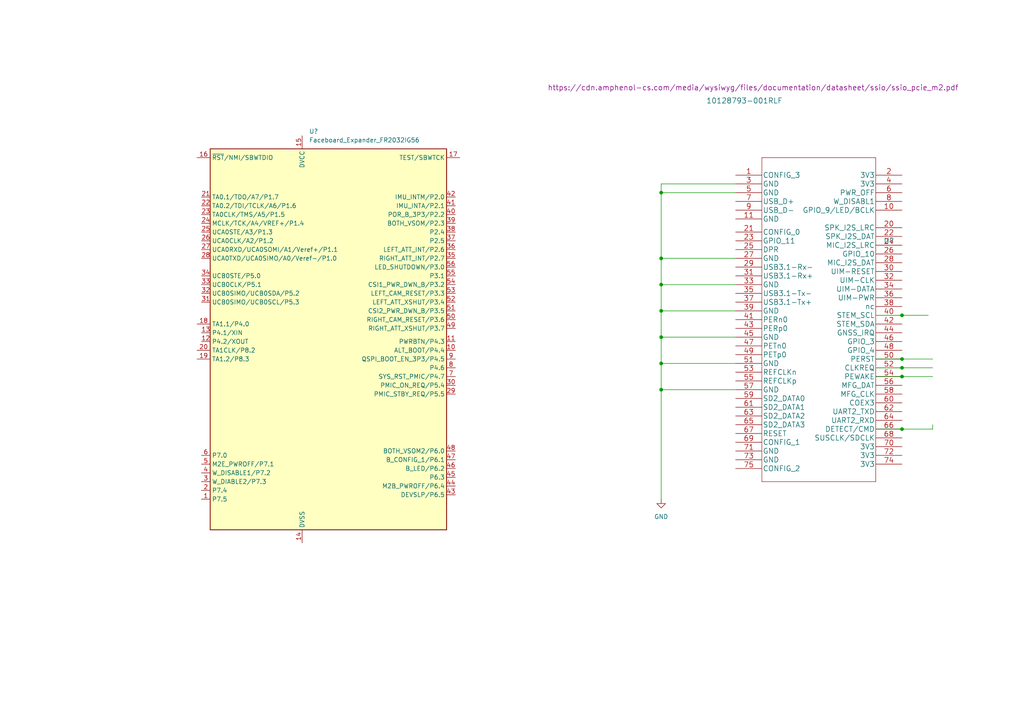
<source format=kicad_sch>
(kicad_sch (version 20211123) (generator eeschema)
  (paper "A4")
  (title_block (title "1.8V Domain"))
  (lib_symbols
    (symbol "Ziloo:10128793-001RLF" (pin_names (offset 0.254))
      (property "Reference" "U" (at -1.27 44.45 0))
      (property "Value" "10128793-001RLF" (at 1.27 41.91 0))
      (property "Datasheet" "https://cdn.amphenol-cs.com/media/wysiwyg/files/documentation/datasheet/ssio/ssio_pcie_m2.pdf" (at 2.54 -62.23 0))
      (symbol "10128793-001RLF_1_1"
        (polyline (pts (xy -16.51 -54.61) (xy 16.51 -54.61)) (stroke (width 0.127)))
        (polyline (pts (xy -16.51 39.37) (xy -16.51 -54.61)) (stroke (width 0.127)))
        (polyline (pts (xy 16.51 -54.61) (xy 16.51 39.37)) (stroke (width 0.127)))
        (polyline (pts (xy 16.51 39.37) (xy -16.51 39.37)) (stroke (width 0.127)))
        (pin unspecified line (at -24.13 34.29 0) (length 7.62) (name "CONFIG_3") (number "1"))
        (pin unspecified line (at 24.13 24.13 180) (length 7.62) (name "GPIO_9/LED/BCLK") (number "10"))
        (pin unspecified line (at -24.13 21.59 0) (length 7.62) (name "GND") (number "11"))
        (pin unspecified line (at 24.13 34.29 180) (length 7.62) (name "3V3") (number "2"))
        (pin unspecified line (at 24.13 19.05 180) (length 7.62) (name "SPK_I2S_LRC") (number "20"))
        (pin unspecified line (at -24.13 17.78 0) (length 7.62) (name "CONFIG_0") (number "21"))
        (pin unspecified line (at 24.13 16.51 180) (length 7.62) (name "SPK_I2S_DAT") (number "22"))
        (pin unspecified line (at -24.13 15.24 0) (length 7.62) (name "GPIO_11") (number "23"))
        (pin unspecified line (at 24.13 13.97 180) (length 7.62) (name "MIC_I2S_LRC") (number "24"))
        (pin output line (at -24.13 12.7 0) (length 7.62) (name "DPR") (number "25"))
        (pin unspecified line (at 24.13 11.43 180) (length 7.62) (name "GPIO_10") (number "26"))
        (pin unspecified line (at -24.13 10.16 0) (length 7.62) (name "GND") (number "27"))
        (pin unspecified line (at 24.13 8.89 180) (length 7.62) (name "MIC_I2S_DAT") (number "28"))
        (pin unspecified line (at -24.13 7.62 0) (length 7.62) (name "USB3.1-Rx-") (number "29"))
        (pin unspecified line (at -24.13 31.75 0) (length 7.62) (name "GND") (number "3"))
        (pin unspecified line (at 24.13 6.35 180) (length 7.62) (name "UIM-RESET") (number "30"))
        (pin unspecified line (at -24.13 5.08 0) (length 7.62) (name "USB3.1-Rx+") (number "31"))
        (pin unspecified line (at 24.13 3.81 180) (length 7.62) (name "UIM-CLK") (number "32"))
        (pin unspecified line (at -24.13 2.54 0) (length 7.62) (name "GND") (number "33"))
        (pin unspecified line (at 24.13 1.27 180) (length 7.62) (name "UIM-DATA") (number "34"))
        (pin unspecified line (at -24.13 0 0) (length 7.62) (name "USB3.1-Tx-") (number "35"))
        (pin unspecified line (at 24.13 -1.27 180) (length 7.62) (name "UIM-PWR") (number "36"))
        (pin unspecified line (at -24.13 -2.54 0) (length 7.62) (name "USB3.1-Tx+") (number "37"))
        (pin unspecified line (at 24.13 -3.81 180) (length 7.62) (name "nc") (number "38"))
        (pin unspecified line (at -24.13 -5.08 0) (length 7.62) (name "GND") (number "39"))
        (pin unspecified line (at 24.13 31.75 180) (length 7.62) (name "3V3") (number "4"))
        (pin unspecified line (at 24.13 -6.35 180) (length 7.62) (name "STEM_SCL") (number "40"))
        (pin unspecified line (at -24.13 -7.62 0) (length 7.62) (name "PERn0") (number "41"))
        (pin unspecified line (at 24.13 -8.89 180) (length 7.62) (name "STEM_SDA") (number "42"))
        (pin unspecified line (at -24.13 -10.16 0) (length 7.62) (name "PERp0") (number "43"))
        (pin unspecified line (at 24.13 -11.43 180) (length 7.62) (name "GNSS_IRQ") (number "44"))
        (pin unspecified line (at -24.13 -12.7 0) (length 7.62) (name "GND") (number "45"))
        (pin unspecified line (at 24.13 -13.97 180) (length 7.62) (name "GPIO_3") (number "46"))
        (pin unspecified line (at -24.13 -15.24 0) (length 7.62) (name "PETn0") (number "47"))
        (pin unspecified line (at 24.13 -16.51 180) (length 7.62) (name "GPIO_4") (number "48"))
        (pin unspecified line (at -24.13 -17.78 0) (length 7.62) (name "PETp0") (number "49"))
        (pin unspecified line (at -24.13 29.21 0) (length 7.62) (name "GND") (number "5"))
        (pin unspecified line (at 24.13 -19.05 180) (length 7.62) (name "PERST") (number "50"))
        (pin unspecified line (at -24.13 -20.32 0) (length 7.62) (name "GND") (number "51"))
        (pin unspecified line (at 24.13 -21.59 180) (length 7.62) (name "CLKREQ") (number "52"))
        (pin unspecified line (at -24.13 -22.86 0) (length 7.62) (name "REFCLKn") (number "53"))
        (pin unspecified line (at 24.13 -24.13 180) (length 7.62) (name "PEWAKE") (number "54"))
        (pin unspecified line (at -24.13 -25.4 0) (length 7.62) (name "REFCLKp") (number "55"))
        (pin unspecified line (at 24.13 -26.67 180) (length 7.62) (name "MFG_DAT") (number "56"))
        (pin unspecified line (at -24.13 -27.94 0) (length 7.62) (name "GND") (number "57"))
        (pin unspecified line (at 24.13 -29.21 180) (length 7.62) (name "MFG_CLK") (number "58"))
        (pin input line (at -24.13 -30.48 0) (length 7.62) (name "SD2_DATA0") (number "59"))
        (pin output line (at 24.13 29.21 180) (length 7.62) (name "PWR_OFF") (number "6"))
        (pin unspecified line (at 24.13 -31.75 180) (length 7.62) (name "COEX3") (number "60"))
        (pin input line (at -24.13 -33.02 0) (length 7.62) (name "SD2_DATA1") (number "61"))
        (pin output line (at 24.13 -34.29 180) (length 7.62) (name "UART2_TXD") (number "62"))
        (pin input line (at -24.13 -35.56 0) (length 7.62) (name "SD2_DATA2") (number "63"))
        (pin input line (at 24.13 -36.83 180) (length 7.62) (name "UART2_RXD") (number "64"))
        (pin input line (at -24.13 -38.1 0) (length 7.62) (name "SD2_DATA3") (number "65"))
        (pin unspecified line (at 24.13 -39.37 180) (length 7.62) (name "DETECT/CMD") (number "66"))
        (pin output line (at -24.13 -40.64 0) (length 7.62) (name "RESET") (number "67"))
        (pin unspecified line (at 24.13 -41.91 180) (length 7.62) (name "SUSCLK/SDCLK") (number "68"))
        (pin unspecified line (at -24.13 -43.18 0) (length 7.62) (name "CONFIG_1") (number "69"))
        (pin unspecified line (at -24.13 26.67 0) (length 7.62) (name "USB_D+") (number "7"))
        (pin unspecified line (at 24.13 -44.45 180) (length 7.62) (name "3V3") (number "70"))
        (pin unspecified line (at -24.13 -45.72 0) (length 7.62) (name "GND") (number "71"))
        (pin unspecified line (at 24.13 -46.99 180) (length 7.62) (name "3V3") (number "72"))
        (pin unspecified line (at -24.13 -48.26 0) (length 7.62) (name "GND") (number "73"))
        (pin unspecified line (at 24.13 -49.53 180) (length 7.62) (name "3V3") (number "74"))
        (pin unspecified line (at -24.13 -50.8 0) (length 7.62) (name "CONFIG_2") (number "75"))
        (pin output line (at 24.13 26.67 180) (length 7.62) (name "W_DISABL1") (number "8"))
        (pin unspecified line (at -24.13 24.13 0) (length 7.62) (name "USB_D-") (number "9"))
      )
    )
    (symbol "Ziloo:Faceboard_Expander_FR2032IG56"
      (property "Reference" "U" (at -33.02 19.05 0))
      (property "Value" "Faceboard_Expander_FR2032IG56" (at -1.27 -33.02 0))
      (symbol "Faceboard_Expander_FR2032IG56_0_0"
        (pin bidirectional line (at -36.83 -83.82 0) (length 2.54) (name "P7.5") (number "1"))
        (pin bidirectional line (at 36.83 -40.64 180) (length 2.54) (name "ALT_BOOT/P4.4") (number "10"))
        (pin bidirectional line (at 36.83 -38.1 180) (length 2.54) (name "PWRBTN/P4.3") (number "11"))
        (pin output line (at -36.83 -38.1 0) (length 2.54) (name "P4.2/XOUT") (number "12"))
        (pin input line (at -36.83 -35.56 0) (length 2.54) (name "P4.1/XIN") (number "13"))
        (pin bidirectional line (at -36.83 -81.28 0) (length 2.54) (name "P7.4") (number "2"))
        (pin bidirectional line (at -36.83 1.27 0) (length 2.54) (name "TA0.2/TDI/TCLK/A6/P1.6") (number "22"))
        (pin bidirectional line (at -36.83 -1.27 0) (length 2.54) (name "TA0CLK/TMS/A5/P1.5") (number "23"))
        (pin bidirectional line (at -36.83 -3.81 0) (length 2.54) (name "MCLK/TCK/A4/VREF+/P1.4") (number "24"))
        (pin bidirectional line (at -36.83 -6.35 0) (length 2.54) (name "UCA0STE/A3/P1.3") (number "25"))
        (pin bidirectional line (at -36.83 -8.89 0) (length 2.54) (name "UCA0CLK/A2/P1.2") (number "26"))
        (pin bidirectional line (at -36.83 -11.43 0) (length 2.54) (name "UCA0RXD/UCA0SOMI/A1/Veref+/P1.1") (number "27"))
        (pin bidirectional line (at -36.83 -13.97 0) (length 2.54) (name "UCA0TXD/UCA0SIMO/A0/Veref-/P1.0") (number "28"))
        (pin bidirectional line (at 36.83 -53.34 180) (length 2.54) (name "PMIC_STBY_REQ/P5.5") (number "29"))
        (pin bidirectional line (at -36.83 -78.74 0) (length 2.54) (name "W_DIABLE2/P7.3") (number "3"))
        (pin bidirectional line (at 36.83 -50.8 180) (length 2.54) (name "PMIC_ON_REQ/P5.4") (number "30"))
        (pin bidirectional line (at -36.83 -26.67 0) (length 2.54) (name "UCB0SIMO/UCB0SCL/P5.3") (number "31"))
        (pin bidirectional line (at -36.83 -24.13 0) (length 2.54) (name "UCB0SIMO/UCB0SDA/P5.2") (number "32"))
        (pin bidirectional line (at -36.83 -21.59 0) (length 2.54) (name "UCB0CLK/P5.1") (number "33"))
        (pin bidirectional line (at -36.83 -19.05 0) (length 2.54) (name "UCB0STE/P5.0") (number "34"))
        (pin bidirectional line (at 36.83 -13.97 180) (length 2.54) (name "RIGHT_ATT_INT/P2.7") (number "35"))
        (pin bidirectional line (at 36.83 -11.43 180) (length 2.54) (name "LEFT_ATT_INT/P2.6") (number "36"))
        (pin bidirectional line (at 36.83 -8.89 180) (length 2.54) (name "P2.5") (number "37"))
        (pin bidirectional line (at 36.83 -6.35 180) (length 2.54) (name "P2.4") (number "38"))
        (pin bidirectional line (at 36.83 -3.81 180) (length 2.54) (name "BOTH_VSOM/P2.3") (number "39"))
        (pin bidirectional line (at -36.83 -76.2 0) (length 2.54) (name "W_DISABLE1/P7.2") (number "4"))
        (pin bidirectional line (at 36.83 -1.27 180) (length 2.54) (name "POR_B_3P3/P2.2") (number "40"))
        (pin bidirectional line (at 36.83 1.27 180) (length 2.54) (name "IMU_INTA/P2.1") (number "41"))
        (pin bidirectional line (at 36.83 3.81 180) (length 2.54) (name "IMU_INTM/P2.0") (number "42"))
        (pin bidirectional line (at 36.83 -82.55 180) (length 2.54) (name "DEVSLP/P6.5") (number "43"))
        (pin bidirectional line (at 36.83 -80.01 180) (length 2.54) (name "M2B_PWROFF/P6.4") (number "44"))
        (pin bidirectional line (at 36.83 -77.47 180) (length 2.54) (name "P6.3") (number "45"))
        (pin bidirectional line (at 36.83 -74.93 180) (length 2.54) (name "B_LED/P6.2") (number "46"))
        (pin bidirectional line (at 36.83 -72.39 180) (length 2.54) (name "B_CONFIG_1/P6.1") (number "47"))
        (pin bidirectional line (at 36.83 -69.85 180) (length 2.54) (name "BOTH_VSOM2/P6.0") (number "48"))
        (pin bidirectional line (at 36.83 -34.29 180) (length 2.54) (name "RIGHT_ATT_XSHUT/P3.7") (number "49"))
        (pin bidirectional line (at -36.83 -73.66 0) (length 2.54) (name "M2E_PWROFF/P7.1") (number "5"))
        (pin bidirectional line (at 36.83 -31.75 180) (length 2.54) (name "RIGHT_CAM_RESET/P3.6") (number "50"))
        (pin bidirectional line (at 36.83 -29.21 180) (length 2.54) (name "CSI2_PWR_DWN_B/P3.5") (number "51"))
        (pin bidirectional line (at 36.83 -26.67 180) (length 2.54) (name "LEFT_ATT_XSHUT/P3.4") (number "52"))
        (pin bidirectional line (at 36.83 -24.13 180) (length 2.54) (name "LEFT_CAM_RESET/P3.3") (number "53"))
        (pin bidirectional line (at 36.83 -21.59 180) (length 2.54) (name "CSI1_PWR_DWN_B/P3.2") (number "54"))
        (pin bidirectional line (at 36.83 -19.05 180) (length 2.54) (name "P3.1") (number "55"))
        (pin bidirectional line (at 36.83 -16.51 180) (length 2.54) (name "LED_SHUTDOWN/P3.0") (number "56"))
        (pin bidirectional line (at -36.83 -71.12 0) (length 2.54) (name "P7.0") (number "6"))
        (pin bidirectional line (at 36.83 -48.26 180) (length 2.54) (name "SYS_RST_PMIC/P4.7") (number "7"))
        (pin bidirectional line (at 36.83 -45.72 180) (length 2.54) (name "P4.6") (number "8"))
        (pin bidirectional line (at 36.83 -43.18 180) (length 2.54) (name "QSPI_BOOT_EN_3P3/P4.5") (number "9"))
      )
      (symbol "Faceboard_Expander_FR2032IG56_0_1"
        (rectangle (start -34.29 17.78) (end 34.29 -92.71) (stroke (width 0.254)) (fill (type background)))
      )
      (symbol "Faceboard_Expander_FR2032IG56_1_1"
        (pin power_in line (at -7.62 -96.52 90) (length 3.81) (name "DVSS") (number "14"))
        (pin power_in line (at -7.62 21.59 270) (length 3.81) (name "DVCC") (number "15"))
        (pin input line (at -38.1 15.24 0) (length 3.81) (name "~{RST}/NMI/SBWTDIO") (number "16"))
        (pin input line (at 38.1 15.24 180) (length 3.81) (name "TEST/SBWTCK") (number "17"))
        (pin bidirectional line (at -38.1 -33.02 0) (length 3.81) (name "TA1.1/P4.0") (number "18"))
        (pin bidirectional line (at -38.1 -43.18 0) (length 3.81) (name "TA1.2/P8.3") (number "19"))
        (pin bidirectional line (at -38.1 -40.64 0) (length 3.81) (name "TA1CLK/P8.2") (number "20"))
        (pin bidirectional line (at -36.83 3.81 0) (length 2.54) (name "TA0.1/TDO/A7/P1.7") (number "21"))
      )
    )
    (symbol "power:GND" (power) (pin_names (offset 0))
      (property "Value" "GND" (at 0 -3.81 0))
      (symbol "GND_0_1"
        (polyline (pts (xy 0 0) (xy 0 -1.27) (xy 1.27 -1.27) (xy 0 -2.54) (xy -1.27 -1.27) (xy 0 -1.27)))
      )
      (symbol "GND_1_1"
        (pin power_in line (at 0 0 270) (length 0) hide (name "GND") (number "1"))
      )
    )
  )
  (junction (at 191.77 105.41))
  (junction (at 261.62 109.22))
  (junction (at 191.77 55.88))
  (junction (at 191.77 82.55))
  (junction (at 261.62 104.14))
  (junction (at 191.77 74.93))
  (junction (at 191.77 97.79))
  (junction (at 261.62 106.68))
  (junction (at 191.77 90.17))
  (junction (at 191.77 113.03))
  (junction (at 261.62 91.44))
  (junction (at 261.62 124.46))
  (wire (pts (xy 191.77 74.93) (xy 191.77 82.55)))
  (wire (pts (xy 191.77 105.41) (xy 213.36 105.41)))
  (wire (pts (xy 191.77 90.17) (xy 191.77 97.79)))
  (wire (pts (xy 261.62 106.68) (xy 270.51 106.68)))
  (wire (pts (xy 191.77 113.03) (xy 213.36 113.03)))
  (wire (pts (xy 270.51 123.19) (xy 270.51 124.46)))
  (wire (pts (xy 254 91.44) (xy 261.62 91.44)))
  (wire (pts (xy 191.77 55.88) (xy 191.77 74.93)))
  (wire (pts (xy 261.62 109.22) (xy 270.51 109.22)))
  (wire (pts (xy 191.77 53.34) (xy 191.77 55.88)))
  (wire (pts (xy 261.62 91.44) (xy 269.24 91.44)))
  (wire (pts (xy 191.77 90.17) (xy 213.36 90.17)))
  (wire (pts (xy 191.77 55.88) (xy 213.36 55.88)))
  (wire (pts (xy 191.77 113.03) (xy 191.77 144.78)))
  (wire (pts (xy 254 109.22) (xy 261.62 109.22)))
  (wire (pts (xy 261.62 104.14) (xy 270.51 104.14)))
  (wire (pts (xy 261.62 124.46) (xy 270.51 124.46)))
  (wire (pts (xy 254 124.46) (xy 261.62 124.46)))
  (wire (pts (xy 191.77 97.79) (xy 213.36 97.79)))
  (wire (pts (xy 191.77 82.55) (xy 191.77 90.17)))
  (wire (pts (xy 191.77 105.41) (xy 191.77 113.03)))
  (wire (pts (xy 191.77 97.79) (xy 191.77 105.41)))
  (wire (pts (xy 254 106.68) (xy 261.62 106.68)))
  (wire (pts (xy 254 104.14) (xy 261.62 104.14)))
  (wire (pts (xy 191.77 53.34) (xy 213.36 53.34)))
  (wire (pts (xy 191.77 82.55) (xy 213.36 82.55)))
  (wire (pts (xy 191.77 74.93) (xy 213.36 74.93)))
  (symbol (lib_id "Ziloo:10128793-001RLF") (at 237.49 85.09 0) (unit 1)
    (property "Reference" "U?" (at 257.81 69.85 0) (effects (font (size 1.524 1.524))))
    (property "Value" "10128793-001RLF" (at 215.9 29.21 0) (effects (font (size 1.524 1.524))))
    (property "Footprint" "Ziloo:10128793-001RLF" (effects hide))
    (property "Datasheet" "https://cdn.amphenol-cs.com/media/wysiwyg/files/documentation/datasheet/ssio/ssio_pcie_m2.pdf" (at 218.44 25.4 0) (effects (font (size 1.524 1.524))))
  )
  (symbol (lib_id "power:GND") (at 191.77 144.78 0) (unit 1)
    (property "Reference" "#PWR?" (effects hide))
    (property "Value" "GND" (at 191.77 149.86 0))
  )
  (symbol (lib_id "Ziloo:Faceboard_Expander_FR2032IG56") (at 95.25 60.96 0) (unit 1)
    (property "Reference" "U?" (at 89.6494 38.1 0) (effects (justify left)))
    (property "Value" "Faceboard_Expander_FR2032IG56" (at 89.6494 40.64 0) (effects (justify left)))
    (property "Footprint" "Package_SO:HTSSOP-56-1EP_6.1x14mm_P0.5mm_EP3.61x6.35mm" (effects hide))
    (property "Datasheet" "https://www.ti.com/lit/ds/symlink/msp430fr2032.pdf" (effects hide))
  )
)
</source>
